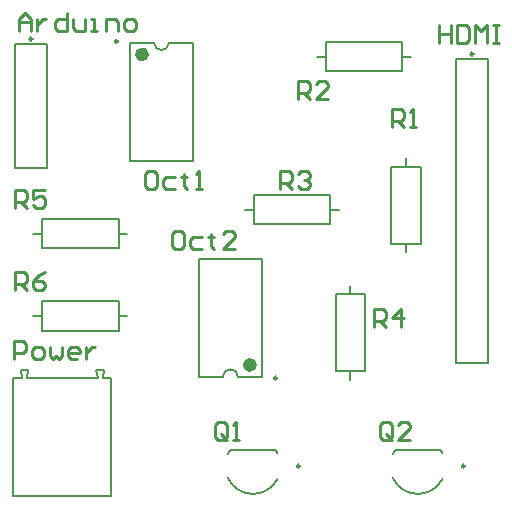
<source format=gbr>
%TF.GenerationSoftware,Altium Limited,Altium Designer,24.10.1 (45)*%
G04 Layer_Color=65535*
%FSLAX45Y45*%
%MOMM*%
%TF.SameCoordinates,5D496F93-7052-41A5-B1B5-48F2770EFFD0*%
%TF.FilePolarity,Positive*%
%TF.FileFunction,Legend,Top*%
%TF.Part,Single*%
G01*
G75*
%TA.AperFunction,NonConductor*%
%ADD22C,0.25400*%
%ADD23C,0.25000*%
%ADD24C,0.20000*%
%ADD25C,0.60000*%
D22*
X83820Y1214120D02*
Y1366471D01*
X159995D01*
X185387Y1341079D01*
Y1290295D01*
X159995Y1264903D01*
X83820D01*
X261563Y1214120D02*
X312346D01*
X337738Y1239512D01*
Y1290295D01*
X312346Y1315687D01*
X261563D01*
X236171Y1290295D01*
Y1239512D01*
X261563Y1214120D01*
X388521Y1315687D02*
Y1239512D01*
X413913Y1214120D01*
X439305Y1239512D01*
X464697Y1214120D01*
X490089Y1239512D01*
Y1315687D01*
X617048Y1214120D02*
X566264D01*
X540872Y1239512D01*
Y1290295D01*
X566264Y1315687D01*
X617048D01*
X642439Y1290295D01*
Y1264903D01*
X540872D01*
X693223Y1315687D02*
Y1214120D01*
Y1264903D01*
X718615Y1290295D01*
X744006Y1315687D01*
X769398D01*
X3289267Y551172D02*
Y652739D01*
X3263875Y678131D01*
X3213092D01*
X3187700Y652739D01*
Y551172D01*
X3213092Y525780D01*
X3263875D01*
X3238483Y576563D02*
X3289267Y525780D01*
X3263875D02*
X3289267Y551172D01*
X3441618Y525780D02*
X3340051D01*
X3441618Y627347D01*
Y652739D01*
X3416226Y678131D01*
X3365443D01*
X3340051Y652739D01*
X1892267Y551172D02*
Y652739D01*
X1866875Y678131D01*
X1816092D01*
X1790700Y652739D01*
Y551172D01*
X1816092Y525780D01*
X1866875D01*
X1841483Y576563D02*
X1892267Y525780D01*
X1866875D02*
X1892267Y551172D01*
X1943051Y525780D02*
X1993834D01*
X1968443D01*
Y678131D01*
X1943051Y652739D01*
X91440Y1795780D02*
Y1948131D01*
X167615D01*
X193007Y1922739D01*
Y1871955D01*
X167615Y1846563D01*
X91440D01*
X142223D02*
X193007Y1795780D01*
X345358Y1948131D02*
X294574Y1922739D01*
X243791Y1871955D01*
Y1821172D01*
X269183Y1795780D01*
X319966D01*
X345358Y1821172D01*
Y1846563D01*
X319966Y1871955D01*
X243791D01*
X91440Y2494280D02*
Y2646631D01*
X167615D01*
X193007Y2621239D01*
Y2570455D01*
X167615Y2545063D01*
X91440D01*
X142223D02*
X193007Y2494280D01*
X345358Y2646631D02*
X243791D01*
Y2570455D01*
X294574Y2595847D01*
X319966D01*
X345358Y2570455D01*
Y2519672D01*
X319966Y2494280D01*
X269183D01*
X243791Y2519672D01*
X3136941Y1485925D02*
Y1638275D01*
X3213117D01*
X3238508Y1612883D01*
Y1562100D01*
X3213117Y1536708D01*
X3136941D01*
X3187725D02*
X3238508Y1485925D01*
X3365467D02*
Y1638275D01*
X3289292Y1562100D01*
X3390859D01*
X2336841Y2654325D02*
Y2806675D01*
X2413017D01*
X2438408Y2781283D01*
Y2730500D01*
X2413017Y2705108D01*
X2336841D01*
X2387625D02*
X2438408Y2654325D01*
X2489192Y2781283D02*
X2514584Y2806675D01*
X2565367D01*
X2590759Y2781283D01*
Y2755892D01*
X2565367Y2730500D01*
X2539975D01*
X2565367D01*
X2590759Y2705108D01*
Y2679717D01*
X2565367Y2654325D01*
X2514584D01*
X2489192Y2679717D01*
X2489241Y3416325D02*
Y3568675D01*
X2565417D01*
X2590808Y3543283D01*
Y3492500D01*
X2565417Y3467108D01*
X2489241D01*
X2540025D02*
X2590808Y3416325D01*
X2743159D02*
X2641592D01*
X2743159Y3517892D01*
Y3543283D01*
X2717767Y3568675D01*
X2666984D01*
X2641592Y3543283D01*
X3284220Y3172460D02*
Y3324811D01*
X3360395D01*
X3385787Y3299419D01*
Y3248635D01*
X3360395Y3223243D01*
X3284220D01*
X3335003D02*
X3385787Y3172460D01*
X3436571D02*
X3487354D01*
X3461963D01*
Y3324811D01*
X3436571Y3299419D01*
X1498662Y2298675D02*
X1447878D01*
X1422486Y2273283D01*
Y2171717D01*
X1447878Y2146325D01*
X1498662D01*
X1524054Y2171717D01*
Y2273283D01*
X1498662Y2298675D01*
X1676404Y2247892D02*
X1600229D01*
X1574837Y2222500D01*
Y2171717D01*
X1600229Y2146325D01*
X1676404D01*
X1752580Y2273283D02*
Y2247892D01*
X1727188D01*
X1777971D01*
X1752580D01*
Y2171717D01*
X1777971Y2146325D01*
X1955714D02*
X1854147D01*
X1955714Y2247892D01*
Y2273283D01*
X1930322Y2298675D01*
X1879539D01*
X1854147Y2273283D01*
X1270054Y2806675D02*
X1219270D01*
X1193878Y2781283D01*
Y2679717D01*
X1219270Y2654325D01*
X1270054D01*
X1295445Y2679717D01*
Y2781283D01*
X1270054Y2806675D01*
X1447796Y2755892D02*
X1371621D01*
X1346229Y2730500D01*
Y2679717D01*
X1371621Y2654325D01*
X1447796D01*
X1523972Y2781283D02*
Y2755892D01*
X1498580D01*
X1549363D01*
X1523972D01*
Y2679717D01*
X1549363Y2654325D01*
X1625539D02*
X1676322D01*
X1650930D01*
Y2806675D01*
X1625539Y2781283D01*
X3683082Y4038575D02*
Y3886225D01*
Y3962400D01*
X3784650D01*
Y4038575D01*
Y3886225D01*
X3835433Y4038575D02*
Y3886225D01*
X3911608D01*
X3937000Y3911617D01*
Y4013183D01*
X3911608Y4038575D01*
X3835433D01*
X3987784Y3886225D02*
Y4038575D01*
X4038567Y3987792D01*
X4089351Y4038575D01*
Y3886225D01*
X4140134Y4038575D02*
X4190918D01*
X4165526D01*
Y3886225D01*
X4140134D01*
X4190918D01*
X127160Y3987825D02*
Y4089392D01*
X177944Y4140175D01*
X228728Y4089392D01*
Y3987825D01*
Y4064000D01*
X127160D01*
X279511Y4089392D02*
Y3987825D01*
Y4038608D01*
X304903Y4064000D01*
X330294Y4089392D01*
X355686D01*
X533429Y4140175D02*
Y3987825D01*
X457254D01*
X431862Y4013217D01*
Y4064000D01*
X457254Y4089392D01*
X533429D01*
X584212D02*
Y4013217D01*
X609604Y3987825D01*
X685780D01*
Y4089392D01*
X736563Y3987825D02*
X787347D01*
X761955D01*
Y4089392D01*
X736563D01*
X863522Y3987825D02*
Y4089392D01*
X939697D01*
X965089Y4064000D01*
Y3987825D01*
X1041265D02*
X1092048D01*
X1117440Y4013217D01*
Y4064000D01*
X1092048Y4089392D01*
X1041265D01*
X1015873Y4064000D01*
Y4013217D01*
X1041265Y3987825D01*
D23*
X241100Y3920800D02*
G03*
X241100Y3920800I-12500J0D01*
G01*
X3902700Y304800D02*
G03*
X3902700Y304800I-12500J0D01*
G01*
X2505700D02*
G03*
X2505700Y304800I-12500J0D01*
G01*
X2311200Y1051100D02*
G03*
X2311200Y1051100I-12500J0D01*
G01*
X3974900Y3793800D02*
G03*
X3974900Y3793800I-12500J0D01*
G01*
X965000Y3901900D02*
G03*
X965000Y3901900I-12500J0D01*
G01*
D24*
X3712886Y414764D02*
G03*
X3698599Y438302I-207686J-109964D01*
G01*
X3311801D02*
G03*
X3292251Y404190I193399J-133502D01*
G01*
X3292270Y205373D02*
G03*
X3712866Y194800I212930J99427D01*
G01*
X2315886Y414764D02*
G03*
X2301599Y438302I-207686J-109964D01*
G01*
X1914801D02*
G03*
X1895251Y404190I193399J-133502D01*
G01*
X1895270Y205373D02*
G03*
X2315866Y194800I212930J99427D01*
G01*
X1981200Y1062100D02*
G03*
X1854200Y1062100I-63500J0D01*
G01*
X1270000Y3890900D02*
G03*
X1397000Y3890900I63500J0D01*
G01*
X94100Y2829800D02*
X363100D01*
Y3875800D01*
X94100D02*
X363100D01*
X94100Y2829800D02*
Y3875800D01*
X195300Y1054800D02*
X795300D01*
X80300D02*
X155300D01*
X195300D02*
X207800Y1114799D01*
X142800D02*
X155300Y1054800D01*
X142800Y1114799D02*
X207800D01*
X835300Y1054800D02*
X910300D01*
X835300D02*
X847800Y1114799D01*
X782800D02*
X795300Y1054800D01*
X782800Y1114799D02*
X847800D01*
X80300Y54800D02*
X910300D01*
X80300D02*
Y1054800D01*
X910300Y54800D02*
Y1054800D01*
X322700Y2148300D02*
X972700D01*
X322700D02*
Y2398300D01*
X972700D01*
Y2148300D02*
Y2398300D01*
Y2273300D02*
X1045200D01*
X250200D02*
X322700D01*
X3311800Y438300D02*
X3698600D01*
X1914800D02*
X2301600D01*
X1652700Y2062100D02*
X2182700D01*
X1652700Y1062100D02*
X1854200D01*
X1981200D02*
X2182700D01*
X1652700D02*
Y2062100D01*
X2182700Y1062100D02*
Y2062100D01*
X2763400Y2476500D02*
X2835900D01*
X2040900D02*
X2113400D01*
Y2351500D02*
Y2601500D01*
Y2351500D02*
X2763400D01*
Y2601500D01*
X2113400D02*
X2763400D01*
X2933700Y1037600D02*
Y1110100D01*
Y1760100D02*
Y1832600D01*
X2808700Y1760100D02*
X3058700D01*
X2808700Y1110100D02*
Y1760100D01*
Y1110100D02*
X3058700D01*
Y1760100D01*
X3827900Y1178800D02*
X4096900D01*
Y3748800D01*
X3827900D02*
X4096900D01*
X3827900Y1178800D02*
Y3748800D01*
X3373000Y3771900D02*
X3445500D01*
X2650500D02*
X2723000D01*
Y3646900D02*
Y3896900D01*
Y3646900D02*
X3373000D01*
Y3896900D01*
X2723000D02*
X3373000D01*
X1068500Y2890900D02*
X1598500D01*
X1397000Y3890900D02*
X1598500D01*
X1068500D02*
X1270000D01*
X1598500Y2890900D02*
Y3890900D01*
X1068500Y2890900D02*
Y3890900D01*
X250200Y1574800D02*
X322700D01*
X972700D02*
X1045200D01*
X972700Y1449800D02*
Y1699800D01*
X322700D02*
X972700D01*
X322700Y1449800D02*
Y1699800D01*
Y1449800D02*
X972700D01*
X3403600Y2117100D02*
Y2189600D01*
Y2839600D02*
Y2912100D01*
X3278600Y2839600D02*
X3528600D01*
X3278600Y2189600D02*
Y2839600D01*
Y2189600D02*
X3528600D01*
Y2839600D01*
D25*
X2112700Y1162100D02*
G03*
X2112700Y1162100I-30000J0D01*
G01*
X1198500Y3790900D02*
G03*
X1198500Y3790900I-30000J0D01*
G01*
%TF.MD5,dceea1a92e51b47024e9d3d886c1f8fa*%
M02*

</source>
